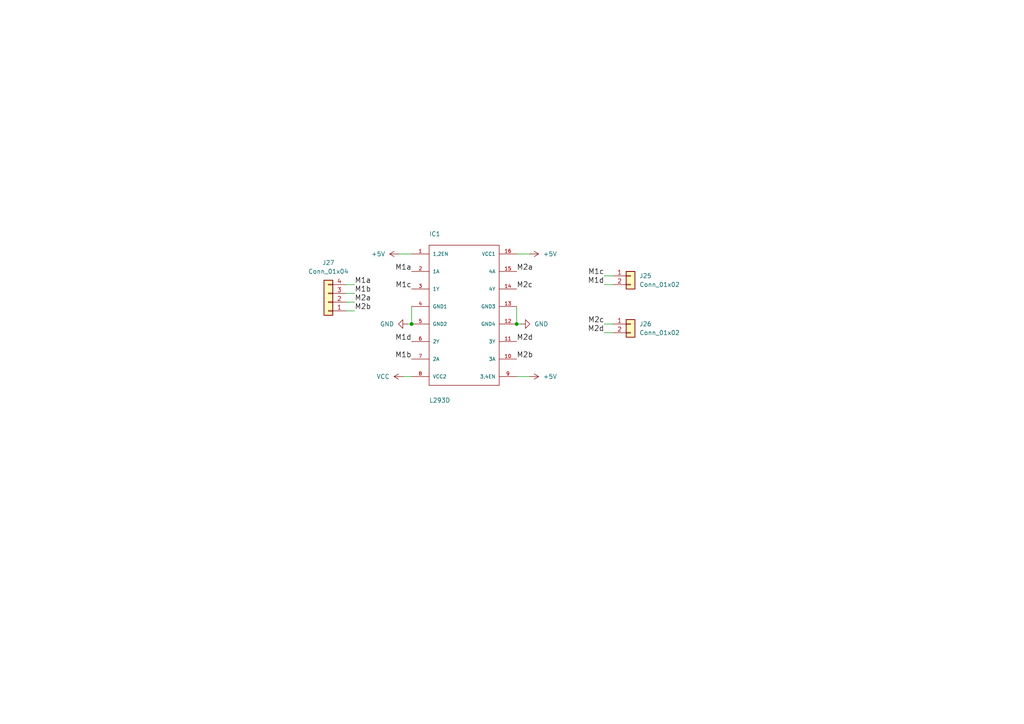
<source format=kicad_sch>
(kicad_sch (version 20250114) (generator "eeschema") (generator_version "9.0")
  (paper "A4")
  (lib_symbols
    (symbol "Connector_Generic:Conn_01x02" (pin_names (offset 1.016) (hide yes))
      (property "Reference" "J" (at 0 2.54 0))
      (property "Value" "Conn_01x02" (at 0 -5.08 0))
      (symbol "Conn_01x02_1_1"
        (rectangle (start -1.27 1.27) (end 1.27 -3.81) (stroke (width 0.254)) (fill (type background)))
        (rectangle (start -1.27 0.127) (end 0 -0.127) (stroke (width 0.1524)))
        (rectangle (start -1.27 -2.413) (end 0 -2.667) (stroke (width 0.1524)))
        (pin passive line (at -5.08 0 0) (length 3.81) (name "Pin_1") (number "1"))
        (pin passive line (at -5.08 -2.54 0) (length 3.81) (name "Pin_2") (number "2"))
      )
    )
    (symbol "Connector_Generic:Conn_01x04" (pin_names (offset 1.016) (hide yes))
      (property "Reference" "J" (at 0 5.08 0))
      (property "Value" "Conn_01x04" (at 0 -7.62 0))
      (symbol "Conn_01x04_1_1"
        (rectangle (start -1.27 3.81) (end 1.27 -6.35) (stroke (width 0.254)) (fill (type background)))
        (rectangle (start -1.27 2.667) (end 0 2.413) (stroke (width 0.1524)))
        (rectangle (start -1.27 0.127) (end 0 -0.127) (stroke (width 0.1524)))
        (rectangle (start -1.27 -2.413) (end 0 -2.667) (stroke (width 0.1524)))
        (rectangle (start -1.27 -4.953) (end 0 -5.207) (stroke (width 0.1524)))
        (pin passive line (at -5.08 2.54 0) (length 3.81) (name "Pin_1") (number "1"))
        (pin passive line (at -5.08 0 0) (length 3.81) (name "Pin_2") (number "2"))
        (pin passive line (at -5.08 -2.54 0) (length 3.81) (name "Pin_3") (number "3"))
        (pin passive line (at -5.08 -5.08 0) (length 3.81) (name "Pin_4") (number "4"))
      )
    )
    (symbol "L293D_2" (pin_names (offset 1.016))
      (property "Reference" "IC" (at -10.16 22.86 0))
      (property "Value" "L293D" (at -10.16 -25.4 0))
      (symbol "L293D_2_1_0"
        (polyline (pts (xy -10.16 20.32) (xy -10.16 -20.32)))
        (polyline (pts (xy -10.16 -20.32) (xy 10.16 -20.32)))
        (polyline (pts (xy 10.16 20.32) (xy -10.16 20.32)))
        (polyline (pts (xy 10.16 -20.32) (xy 10.16 20.32)))
      )
      (symbol "L293D_2_1_1"
        (pin input line (at -15.24 17.78 0) (length 5.08) (name "1,2EN") (number "1"))
        (pin input line (at -15.24 12.7 0) (length 5.08) (name "1A") (number "2"))
        (pin output line (at -15.24 7.62 0) (length 5.08) (name "1Y") (number "3"))
        (pin power_in line (at -15.24 2.54 0) (length 5.08) (name "GND1") (number "4"))
        (pin power_in line (at -15.24 -2.54 0) (length 5.08) (name "GND2") (number "5"))
        (pin output line (at -15.24 -7.62 0) (length 5.08) (name "2Y") (number "6"))
        (pin input line (at -15.24 -12.7 0) (length 5.08) (name "2A") (number "7"))
        (pin power_in line (at -15.24 -17.78 0) (length 5.08) (name "VCC2") (number "8"))
        (pin power_in line (at 15.24 17.78 180) (length 5.08) (name "VCC1") (number "16"))
        (pin input line (at 15.24 12.7 180) (length 5.08) (name "4A") (number "15"))
        (pin output line (at 15.24 7.62 180) (length 5.08) (name "4Y") (number "14"))
        (pin power_in line (at 15.24 2.54 180) (length 5.08) (name "GND3") (number "13"))
        (pin power_in line (at 15.24 -2.54 180) (length 5.08) (name "GND4") (number "12"))
        (pin output line (at 15.24 -7.62 180) (length 5.08) (name "3Y") (number "11"))
        (pin input line (at 15.24 -12.7 180) (length 5.08) (name "3A") (number "10"))
        (pin input line (at 15.24 -17.78 180) (length 5.08) (name "3,4EN") (number "9"))
      )
    )
    (symbol "power:+5V" (power) (pin_numbers (hide yes)) (pin_names (offset 0) (hide yes))
      (property "Value" "+5V" (at 0 3.556 0))
      (symbol "+5V_0_1"
        (polyline (pts (xy -0.762 1.27) (xy 0 2.54)))
        (polyline (pts (xy 0 2.54) (xy 0.762 1.27)))
        (polyline (pts (xy 0 0) (xy 0 2.54)))
      )
      (symbol "+5V_1_1"
        (pin power_in line (at 0 0 90) (length 0) (name "~") (number "1"))
      )
    )
    (symbol "power:GND" (power) (pin_numbers (hide yes)) (pin_names (offset 0) (hide yes))
      (property "Value" "GND" (at 0 -3.81 0))
      (symbol "GND_0_1"
        (polyline (pts (xy 0 0) (xy 0 -1.27) (xy 1.27 -1.27) (xy 0 -2.54) (xy -1.27 -1.27) (xy 0 -1.27)))
      )
      (symbol "GND_1_1"
        (pin power_in line (at 0 0 270) (length 0) (name "~") (number "1"))
      )
    )
    (symbol "power:VCC" (power) (pin_numbers (hide yes)) (pin_names (offset 0) (hide yes))
      (property "Value" "VCC" (at 0 3.556 0))
      (symbol "VCC_0_1"
        (polyline (pts (xy -0.762 1.27) (xy 0 2.54)))
        (polyline (pts (xy 0 2.54) (xy 0.762 1.27)))
        (polyline (pts (xy 0 0) (xy 0 2.54)))
      )
      (symbol "VCC_1_1"
        (pin power_in line (at 0 0 90) (length 0) (name "~") (number "1"))
      )
    )
  )
  (junction (at 149.86 93.98))
  (junction (at 119.38 93.98))
  (wire (pts (xy 153.67 109.22) (xy 149.86 109.22)))
  (wire (pts (xy 100.33 90.17) (xy 102.87 90.17)))
  (wire (pts (xy 177.8 96.52) (xy 175.26 96.52)))
  (wire (pts (xy 100.33 82.55) (xy 102.87 82.55)))
  (wire (pts (xy 177.8 93.98) (xy 175.26 93.98)))
  (wire (pts (xy 100.33 85.09) (xy 102.87 85.09)))
  (wire (pts (xy 153.67 73.66) (xy 149.86 73.66)))
  (wire (pts (xy 149.86 88.9) (xy 149.86 93.98)))
  (wire (pts (xy 116.84 109.22) (xy 119.38 109.22)))
  (wire (pts (xy 119.38 88.9) (xy 119.38 93.98)))
  (wire (pts (xy 177.8 82.55) (xy 175.26 82.55)))
  (wire (pts (xy 177.8 80.01) (xy 175.26 80.01)))
  (wire (pts (xy 118.11 93.98) (xy 119.38 93.98)))
  (wire (pts (xy 151.13 93.98) (xy 149.86 93.98)))
  (wire (pts (xy 100.33 87.63) (xy 102.87 87.63)))
  (wire (pts (xy 115.57 73.66) (xy 119.38 73.66)))
  (label "M2d" (at 149.86 99.06 0) (effects (font (size 1.524 1.524))))
  (label "M1a" (at 119.38 78.74 180) (effects (font (size 1.524 1.524))))
  (label "M2c" (at 149.86 83.82 0) (effects (font (size 1.524 1.524))))
  (label "M2b" (at 102.87 90.17 0) (effects (font (size 1.524 1.524))))
  (label "M2c" (at 175.26 93.98 180) (effects (font (size 1.524 1.524))))
  (label "M1c" (at 175.26 80.01 180) (effects (font (size 1.524 1.524))))
  (label "M2a" (at 102.87 87.63 0) (effects (font (size 1.524 1.524))))
  (label "M1d" (at 119.38 99.06 180) (effects (font (size 1.524 1.524))))
  (label "M1d" (at 175.26 82.55 180) (effects (font (size 1.524 1.524))))
  (label "M1c" (at 119.38 83.82 180) (effects (font (size 1.524 1.524))))
  (label "M2d" (at 175.26 96.52 180) (effects (font (size 1.524 1.524))))
  (label "M2b" (at 149.86 104.14 0) (effects (font (size 1.524 1.524))))
  (label "M1a" (at 102.87 82.55 0) (effects (font (size 1.524 1.524))))
  (label "M2a" (at 149.86 78.74 0) (effects (font (size 1.524 1.524))))
  (label "M1b" (at 102.87 85.09 0) (effects (font (size 1.524 1.524))))
  (label "M1b" (at 119.38 104.14 180) (effects (font (size 1.524 1.524))))
  (symbol (lib_name "L293D_2") (lib_id "Ultra_DB_X51_v1-rescue:L293D") (at 134.62 91.44 0) (unit 1)
    (property "Reference" "IC1" (at 124.46 68.58 0) (effects (justify left bottom)))
    (property "Value" "L293D" (at 124.46 116.84 0) (effects (justify left bottom)))
    (property "Footprint" "sgs-thom-DIL16" (effects (hide yes)))
  )
  (symbol (lib_id "Connector_Generic:Conn_01x04") (at 95.25 87.63 180) (unit 1)
    (property "Reference" "J27" (at 95.25 76.2 0))
    (property "Value" "Conn_01x04" (at 95.25 78.74 0))
    (property "Description" "Generic connector, single row, 01x04, script generated (kicad-library-utils/schlib/autogen/connector/)" (effects (hide yes)))
  )
  (symbol (lib_id "power:+5V") (at 153.67 109.22 270) (unit 1)
    (property "Reference" "#PWR049" (effects (hide yes)))
    (property "Value" "+5V" (at 157.48 109.2199 90) (effects (justify left)))
    (property "Description" "Power symbol creates a global label with name \"+5V\"" (effects (hide yes)))
  )
  (symbol (lib_id "Connector_Generic:Conn_01x02") (at 182.88 93.98 0) (unit 1)
    (property "Reference" "J26" (at 185.42 93.9799 0) (effects (justify left)))
    (property "Value" "Conn_01x02" (at 185.42 96.5199 0) (effects (justify left)))
    (property "Description" "Generic connector, single row, 01x02, script generated (kicad-library-utils/schlib/autogen/connector/)" (effects (hide yes)))
  )
  (symbol (lib_id "power:+5V") (at 115.57 73.66 90) (unit 1)
    (property "Reference" "#PWR051" (effects (hide yes)))
    (property "Value" "+5V" (at 111.76 73.6601 90) (effects (justify left)))
    (property "Description" "Power symbol creates a global label with name \"+5V\"" (effects (hide yes)))
  )
  (symbol (lib_id "Connector_Generic:Conn_01x02") (at 182.88 80.01 0) (unit 1)
    (property "Reference" "J25" (at 185.42 80.0099 0) (effects (justify left)))
    (property "Value" "Conn_01x02" (at 185.42 82.5499 0) (effects (justify left)))
    (property "Description" "Generic connector, single row, 01x02, script generated (kicad-library-utils/schlib/autogen/connector/)" (effects (hide yes)))
  )
  (symbol (lib_id "power:VCC") (at 116.84 109.22 90) (unit 1)
    (property "Reference" "#PWR048" (effects (hide yes)))
    (property "Value" "VCC" (at 113.03 109.2199 90) (effects (justify left)))
    (property "Description" "Power symbol creates a global label with name \"VCC\"" (effects (hide yes)))
  )
  (symbol (lib_id "power:GND") (at 151.13 93.98 90) (unit 1)
    (property "Reference" "#PWR045" (effects (hide yes)))
    (property "Value" "GND" (at 154.94 93.9799 90) (effects (justify right)))
    (property "Description" "Power symbol creates a global label with name \"GND\" , ground" (effects (hide yes)))
  )
  (symbol (lib_id "power:+5V") (at 153.67 73.66 270) (unit 1)
    (property "Reference" "#PWR050" (effects (hide yes)))
    (property "Value" "+5V" (at 157.48 73.6599 90) (effects (justify left)))
    (property "Description" "Power symbol creates a global label with name \"+5V\"" (effects (hide yes)))
  )
  (symbol (lib_id "power:GND") (at 118.11 93.98 270) (unit 1)
    (property "Reference" "#PWR052" (effects (hide yes)))
    (property "Value" "GND" (at 114.3 93.9799 90) (effects (justify right)))
    (property "Description" "Power symbol creates a global label with name \"GND\" , ground" (effects (hide yes)))
  )
)
</source>
